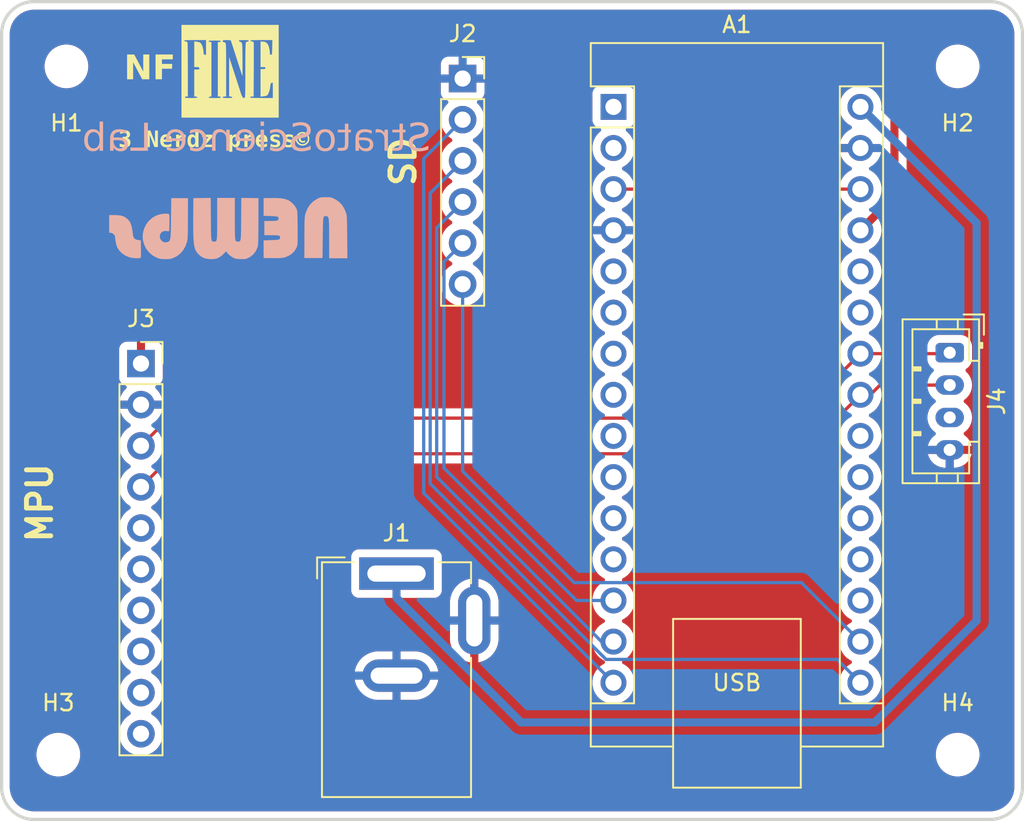
<source format=kicad_pcb>
(kicad_pcb (version 20241229) (generator "pcbnew") (generator_version "9.0")
  (layers (0 "F.Cu" signal) (2 "B.Cu" signal) (13 "F.Paste" user) (15 "B.Paste" user) (5 "F.SilkS" user "F.Silkscreen") (7 "B.SilkS" user "B.Silkscreen") (1 "F.Mask" user) (3 "B.Mask" user) (25 "Edge.Cuts" user))
  (net 0 "")
  (net 1 "Earth")
  (net 2 "/A3")
  (net 3 "/~{RESET}")
  (net 4 "/SD_CS")
  (net 5 "/NANO_VIN")
  (net 6 "+3.3V")
  (net 7 "/D2")
  (net 8 "/D3")
  (net 9 "/D6")
  (net 10 "/D8")
  (net 11 "/D9")
  (net 12 "/SD_CLK")
  (net 13 "/A7")
  (net 14 "/D0{slash}RX")
  (net 15 "/A2")
  (net 16 "/AREF")
  (net 17 "/D1{slash}TX")
  (net 18 "/MPU_SCL")
  (net 19 "+5V")
  (net 20 "/D4")
  (net 21 "/D7")
  (net 22 "/MPU_SDA")
  (net 23 "/A1")
  (net 24 "/SD_MOSI")
  (net 25 "/A6")
  (net 26 "/D5")
  (net 27 "/SD_MISO")
  (net 28 "/A0")
  (footprint "Connector_PinSocket_2.54mm:PinSocket_1x06_P2.54mm_Vertical" (layer "F.Cu") (at 137.95 79.25)
    (property "Reference" "J2" (at 0 -2.77 0) (layer "F.SilkS"))
    (property "Value" "SD Card")
    (fp_line (start -1.33 1.27) (end -1.33 14.03) (stroke (width 0.12)) (layer "F.SilkS"))
    (fp_line (start -1.33 1.27) (end 1.33 1.27) (stroke (width 0.12)) (layer "F.SilkS"))
    (fp_line (start -1.33 14.03) (end 1.33 14.03) (stroke (width 0.12)) (layer "F.SilkS"))
    (fp_line (start 0 -1.33) (end 1.33 -1.33) (stroke (width 0.12)) (layer "F.SilkS"))
    (fp_line (start 1.33 -1.33) (end 1.33 0) (stroke (width 0.12)) (layer "F.SilkS"))
    (fp_line (start 1.33 1.27) (end 1.33 14.03) (stroke (width 0.12)) (layer "F.SilkS"))
    (pad "1" thru_hole rect (at 0 0) (size 1.7 1.7) (drill 1) (layers "*.Cu" "*.Mask") (net 1 "Earth"))
    (pad "2" thru_hole oval (at 0 2.54) (size 1.7 1.7) (drill 1) (layers "*.Cu" "*.Mask") (net 27 "/SD_MISO"))
    (pad "3" thru_hole oval (at 0 5.08) (size 1.7 1.7) (drill 1) (layers "*.Cu" "*.Mask") (net 12 "/SD_CLK"))
    (pad "4" thru_hole oval (at 0 7.62) (size 1.7 1.7) (drill 1) (layers "*.Cu" "*.Mask") (net 24 "/SD_MOSI"))
    (pad "5" thru_hole oval (at 0 10.16) (size 1.7 1.7) (drill 1) (layers "*.Cu" "*.Mask") (net 4 "/SD_CS"))
    (pad "6" thru_hole oval (at 0 12.7) (size 1.7 1.7) (drill 1) (layers "*.Cu" "*.Mask") (net 6 "+3.3V"))
  )
  (footprint "Connector_PinSocket_2.54mm:PinSocket_1x10_P2.54mm_Vertical" (layer "F.Cu") (at 118.1 96.85)
    (property "Reference" "J3" (at 0 -2.77 0) (layer "F.SilkS"))
    (property "Value" "MPU 9250/6500")
    (fp_line (start -1.33 1.27) (end -1.33 24.19) (stroke (width 0.12)) (layer "F.SilkS"))
    (fp_line (start -1.33 1.27) (end 1.33 1.27) (stroke (width 0.12)) (layer "F.SilkS"))
    (fp_line (start -1.33 24.19) (end 1.33 24.19) (stroke (width 0.12)) (layer "F.SilkS"))
    (fp_line (start 0 -1.33) (end 1.33 -1.33) (stroke (width 0.12)) (layer "F.SilkS"))
    (fp_line (start 1.33 -1.33) (end 1.33 0) (stroke (width 0.12)) (layer "F.SilkS"))
    (fp_line (start 1.33 1.27) (end 1.33 24.19) (stroke (width 0.12)) (layer "F.SilkS"))
    (pad "1" thru_hole rect (at 0 0) (size 1.7 1.7) (drill 1) (layers "*.Cu" "*.Mask") (net 19 "+5V"))
    (pad "2" thru_hole oval (at 0 2.54) (size 1.7 1.7) (drill 1) (layers "*.Cu" "*.Mask") (net 1 "Earth"))
    (pad "3" thru_hole oval (at 0 5.08) (size 1.7 1.7) (drill 1) (layers "*.Cu" "*.Mask") (net 18 "/MPU_SCL"))
    (pad "4" thru_hole oval (at 0 7.62) (size 1.7 1.7) (drill 1) (layers "*.Cu" "*.Mask") (net 22 "/MPU_SDA"))
    (pad "5" thru_hole oval (at 0 10.16) (size 1.7 1.7) (drill 1) (layers "*.Cu" "*.Mask"))
    (pad "6" thru_hole oval (at 0 12.7) (size 1.7 1.7) (drill 1) (layers "*.Cu" "*.Mask"))
    (pad "7" thru_hole oval (at 0 15.24) (size 1.7 1.7) (drill 1) (layers "*.Cu" "*.Mask"))
    (pad "8" thru_hole oval (at 0 17.78) (size 1.7 1.7) (drill 1) (layers "*.Cu" "*.Mask"))
    (pad "9" thru_hole oval (at 0 20.32) (size 1.7 1.7) (drill 1) (layers "*.Cu" "*.Mask"))
    (pad "10" thru_hole oval (at 0 22.86) (size 1.7 1.7) (drill 1) (layers "*.Cu" "*.Mask"))
  )
  (footprint "LOGO" (layer "F.Cu") (at 123.6 78.8)
    (property "Reference" "G***" (hide yes))
    (property "Value" "LOGO" (hide yes))
    (fp_poly (pts (xy 3.000715 -0.000001) (xy 3.000715 2.864319) (xy -0.000001 2.864319) (xy -3.000716 2.864319) (xy -3.000716 -0.000001) (xy -3.000716 -1.889398) (xy -2.842218 -1.889398) (xy -2.841776 -1.886815) (xy -2.805702 -1.856417) (xy -2.74084 -1.838614) (xy -2.669577 -1.820091) (xy -2.629978 -1.793149) (xy -2.625771 -1.757016) (xy -2.621805 -1.665903) (xy -2.618156 -1.525451) (xy -2.614901 -1.341298) (xy -2.612115 -1.119086) (xy -2.609874 -0.864454) (xy -2.608254 -0.583043) (xy -2.607332 -0.280492) (xy -2.607147 -0.098509) (xy -2.606683 1.560978) (xy -2.697614 1.560978) (xy -2.769804 1.574533) (xy -2.788545 1.606443) (xy -2.779601 1.625703) (xy -2.746693 1.638785) (xy -2.680704 1.646784) (xy -2.572515 1.650794) (xy -2.413011 1.651908) (xy -2.409666 1.651909) (xy -2.249171 1.650835) (xy -2.140152 1.646886) (xy -2.073494 1.638968) (xy -2.040079 1.625985) (xy -2.03079 1.606845) (xy -2.030788 1.606443) (xy -2.057898 1.570348) (xy -2.121719 1.560978) (xy -2.21265 1.560978) (xy -2.21265 0.727446) (xy -2.21265 -0.106087) (xy -2.06615 -0.106087) (xy -1.963608 -0.109367) (xy -1.910079 -0.123496) (xy -1.89412 -0.154906) (xy -1.901224 -0.198773) (xy -1.922111 -0.23529) (xy -1.970531 -0.252965) (xy -2.062691 -0.257637) (xy -2.064633 -0.257638) (xy -2.21265 -0.257638) (xy -2.21265 -1.049927) (xy -2.21265 -1.842215) (xy -2.061966 -1.824369) (xy -1.961253 -1.807722) (xy -1.878551 -1.785971) (xy -1.853584 -1.775644) (xy -1.789255 -1.712735) (xy -1.730467 -1.603249) (xy -1.682668 -1.461232) (xy -1.651303 -1.300727) (xy -1.644779 -1.237189) (xy -1.63477 -1.123093) (xy -1.62286 -1.056715) (xy -1.603953 -1.025237) (xy -1.572952 -1.015841) (xy -1.556604 -1.015394) (xy -1.485203 -1.015394) (xy -1.485203 -1.470048) (xy -1.485203 -1.856504) (xy -1.326263 -1.856504) (xy -1.289987 -1.82512) (xy -1.232806 -1.809026) (xy -1.15179 -1.799435) (xy -1.15179 -0.121242) (xy -1.15179 1.556951) (xy -1.232806 1.566542) (xy -1.297225 1.586313) (xy -1.326263 1.614021) (xy -1.317144 1.630475) (xy -1.272372 1.641729) (xy -1.184837 1.648514) (xy -1.047424 1.65156) (xy -0.9573 1.651909) (xy -0.796197 1.650846) (xy -0.686598 1.646935) (xy -0.619411 1.639092) (xy -0.585544 1.626234) (xy -0.575906 1.607277) (xy -0.575895 1.606443) (xy -0.603006 1.570348) (xy -0.666826 1.560978) (xy -0.757757 1.560978) (xy -0.757757 -0.121242) (xy -0.757757 -1.803461) (xy -0.666826 -1.803461) (xy -0.594636 -1.817016) (xy -0.575895 -1.848927) (xy -0.582931 -1.864082) (xy -0.454654 -1.864082) (xy -0.432983 -1.813158) (xy -0.396199 -1.803461) (xy -0.327559 -1.782872) (xy -0.290113 -1.755831) (xy -0.279621 -1.739985) (xy -0.270768 -1.711971) (xy -0.263419 -1.667004) (xy -0.257437 -1.600301) (xy -0.252688 -1.507077) (xy -0.249035 -1.382549) (xy -0.246344 -1.221931) (xy -0.244479 -1.020441) (xy -0.243304 -0.773295) (xy -0.242685 -0.475707) (xy -0.242485 -0.122895) (xy -0.242483 -0.073611) (xy -0.242483 1.560978) (xy -0.348569 1.560978) (xy -0.427031 1.570837) (xy -0.454463 1.602302) (xy -0.454654 1.606443) (xy -0.444621 1.627673) (xy -0.407866 1.641292) (xy -0.334407 1.6488) (xy -0.21426 1.651702) (xy -0.152503 1.651909) (xy -0.0138 1.650667) (xy 0.073905 1.645922) (xy 0.120206 1.636141) (xy 0.134693 1.619793) (xy 0.132202 1.606443) (xy 0.091095 1.572518) (xy 0.027067 1.560978) (xy -0.060621 1.560978) (xy -0.059718 0.34099) (xy -0.058816 -0.878998) (xy 0.262429 0.106085) (xy 0.342551 0.352085) (xy 0.420249 0.591219) (xy 0.49259 0.814417) (xy 0.55664 1.012611) (xy 0.609469 1.176731) (xy 0.648141 1.297708) (xy 0.663256 1.345577) (xy 0.716452 1.496886) (xy 0.76612 1.593869) (xy 0.816668 1.642302) (xy 0.872507 1.647956) (xy 0.890032 1.642529) (xy 0.90079 1.634254) (xy 0.909884 1.61523) (xy 0.913621 1.598209) (xy 1.242624 1.598209) (xy 1.262927 1.631702) (xy 1.29784 1.637548) (xy 1.384441 1.642732) (xy 1.513798 1.646992) (xy 1.67698 1.650071) (xy 1.865054 1.65171) (xy 1.960063 1.651909) (xy 2.636992 1.651909) (xy 2.636992 1.179991) (xy 2.636992 0.708074) (xy 2.568794 0.71776) (xy 2.53272 0.728905) (xy 2.5095 0.758656) (xy 2.493901 0.820341) (xy 2.480691 0.927285) (xy 2.47867 0.947279) (xy 2.453915 1.102779) (xy 2.414024 1.250744) (xy 2.364324 1.376889) (xy 2.310143 1.466927) (xy 2.272204 1.500928) (xy 2.213153 1.520297) (xy 2.118644 1.539466) (xy 2.04913 1.549356) (xy 1.879236 1.569324) (xy 1.879236 0.716464) (xy 1.879236 -0.136397) (xy 2.030787 -0.136397) (xy 2.121688 -0.139588) (xy 2.167024 -0.153135) (xy 2.18169 -0.182996) (xy 2.182338 -0.197017) (xy 2.174359 -0.233378) (xy 2.140492 -0.251512) (xy 2.065841 -0.257379) (xy 2.030787 -0.257638) (xy 1.879236 -0.257638) (xy 1.879236 -1.045705) (xy 1.879236 -1.833772) (xy 2.001982 -1.833772) (xy 2.144108 -1.815171) (xy 2.254355 -1.756003) (xy 2.337405 -1.651216) (xy 2.397939 -1.495761) (xy 2.425181 -1.377218) (xy 2.442959 -1.263021) (xy 2.453692 -1.154619) (xy 2.455131 -1.115235) (xy 2.46044 -1.045438) (xy 2.484018 -1.020002) (xy 2.523329 -1.020864) (xy 2.549745 -1.026796) (xy 2.568497 -1.042058) (xy 2.581145 -1.075958) (xy 2.58925 -1.137806) (xy 2.594373 -1.23691) (xy 2.598075 -1.382579) (xy 2.599915 -1.477626) (xy 2.608303 -1.924702) (xy 1.922986 -1.924702) (xy 1.693101 -1.923995) (xy 1.518021 -1.921657) (xy 1.39194 -1.91736) (xy 1.309056 -1.910777) (xy 1.263565 -1.901583) (xy 1.249665 -1.88945) (xy 1.250106 -1.886815) (xy 1.28607 -1.857407) (xy 1.355188 -1.839703) (xy 1.355625 -1.839659) (xy 1.431722 -1.816112) (xy 1.459376 -1.779039) (xy 1.461245 -1.739751) (xy 1.462717 -1.645584) (xy 1.463783 -1.50228) (xy 1.464434 -1.31558) (xy 1.464661 -1.091224) (xy 1.464457 -0.834954) (xy 1.463812 -0.552511) (xy 1.462717 -0.249636) (xy 1.461954 -0.083354) (xy 1.453861 1.560978) (xy 1.348291 1.560978) (xy 1.267833 1.57055) (xy 1.242624 1.598209) (xy 0.913621 1.598209) (xy 0.917451 1.580761) (xy 0.923629 1.526152) (xy 0.928557 1.446709) (xy 0.932371 1.337735) (xy 0.935211 1.194535) (xy 0.937213 1.012415) (xy 0.938515 0.786679) (xy 0.939256 0.512632) (xy 0.939573 0.185579) (xy 0.939618 -0.046507) (xy 0.940203 -0.460455) (xy 0.941947 -0.819659) (xy 0.944834 -1.123208) (xy 0.948847 -1.37019) (xy 0.95397 -1.559694) (xy 0.960185 -1.690808) (xy 0.967477 -1.76262) (xy 0.970994 -1.775144) (xy 1.025753 -1.822529) (xy 1.07708 -1.833772) (xy 1.137225 -1.849771) (xy 1.151789 -1.879237) (xy 1.141773 -1.900438) (xy 1.105078 -1.91405) (xy 1.031732 -1.921568) (xy 0.911765 -1.924487) (xy 0.848687 -1.924702) (xy 0.707344 -1.9232) (xy 0.616599 -1.917696) (xy 0.566481 -1.906694) (xy 0.547019 -1.888699) (xy 0.545584 -1.879237) (xy 0.568122 -1.839014) (xy 0.587692 -1.833772) (xy 0.641197 -1.815551) (xy 0.693284 -1.780729) (xy 0.710443 -1.764558) (xy 0.724263 -1.743512) (xy 0.735166 -1.711239) (xy 0.743576 -1.661389) (xy 0.749917 -1.587607) (xy 0.75461 -1.483544) (xy 0.758081 -1.342848) (xy 0.760752 -1.159166) (xy 0.763047 -0.926146) (xy 0.76484 -0.707202) (xy 0.766399 -0.466019) (xy 0.767151 -0.245884) (xy 0.767124 -0.053676) (xy 0.766348 0.103723) (xy 0.764851 0.219434) (xy 0.762664 0.286575) (xy 0.760583 0.300916) (xy 0.7489 0.270221) (xy 0.720979 0.188165) (xy 0.678919 0.061168) (xy 0.624816 -0.104348) (xy 0.560769 -0.301964) (xy 0.488876 -0.525259) (xy 0.411234 -0.767812) (xy 0.403413 -0.792319) (xy 0.325125 -1.037079) (xy 0.252227 -1.263789) (xy 0.186846 -1.465924) (xy 0.131111 -1.636957) (xy 0.087148 -1.770364) (xy 0.057084 -1.859618) (xy 0.043048 -1.898193) (xy 0.042651 -1.898945) (xy 0.006884 -1.911026) (xy -0.073795 -1.920069) (xy -0.183696 -1.9245) (xy -0.213961 -1.924702) (xy -0.334242 -1.923419) (xy -0.406158 -1.917514) (xy -0.441944 -1.903905) (xy -0.453837 -1.879511) (xy -0.454654 -1.864082) (xy -0.582931 -1.864082) (xy -0.584811 -1.868131) (xy -0.617618 -1.881196) (xy -0.683409 -1.889205) (xy -0.791274 -1.893242) (xy -0.950306 -1.894391) (xy -0.9573 -1.894392) (xy -1.122462 -1.89295) (xy -1.234174 -1.888135) (xy -1.299546 -1.879218) (xy -1.325693 -1.865468) (xy -1.326263 -1.856504) (xy -1.485203 -1.856504) (xy -1.485203 -1.924702) (xy -2.16971 -1.924702) (xy -2.399443 -1.923994) (xy -2.574375 -1.921653) (xy -2.700312 -1.917349) (xy -2.783061 -1.910757) (xy -2.828428 -1.901549) (xy -2.842218 -1.889398) (xy -3.000716 -1.889398) (xy -3.000716 -2.86432) (xy -0.000001 -2.86432) (xy 3.000715 -2.86432)) (fill yes) (layer "F.SilkS"))
  )
  (footprint "Module:Arduino_Nano" (layer "F.Cu") (at 147.26 81)
    (property "Reference" "A1" (at 7.62 -5.08 0) (layer "F.SilkS"))
    (property "Value" "Arduino Nano v3")
    (fp_line (start -1.4 -3.94) (end -1.4 -1.27) (stroke (width 0.12)) (layer "F.SilkS"))
    (fp_line (start -1.4 1.27) (end -1.4 39.5) (stroke (width 0.12)) (layer "F.SilkS"))
    (fp_line (start -1.4 39.5) (end 3.68 39.5) (stroke (width 0.12)) (layer "F.SilkS"))
    (fp_line (start 1.27 -1.27) (end -1.4 -1.27) (stroke (width 0.12)) (layer "F.SilkS"))
    (fp_line (start 1.27 1.27) (end -1.4 1.27) (stroke (width 0.12)) (layer "F.SilkS"))
    (fp_line (start 1.27 1.27) (end 1.27 -1.27) (stroke (width 0.12)) (layer "F.SilkS"))
    (fp_line (start 1.27 1.27) (end 1.27 36.83) (stroke (width 0.12)) (layer "F.SilkS"))
    (fp_line (start 1.27 36.83) (end -1.4 36.83) (stroke (width 0.12)) (layer "F.SilkS"))
    (fp_line (start 3.68 31.62) (end 11.56 31.62) (stroke (width 0.12)) (layer "F.SilkS"))
    (fp_line (start 3.68 42.04) (end 3.68 31.62) (stroke (width 0.12)) (layer "F.SilkS"))
    (fp_line (start 11.56 31.62) (end 11.56 42.04) (stroke (width 0.12)) (layer "F.SilkS"))
    (fp_line (start 11.56 42.04) (end 3.68 42.04) (stroke (width 0.12)) (layer "F.SilkS"))
    (fp_line (start 13.97 -1.27) (end 13.97 36.83) (stroke (width 0.12)) (layer "F.SilkS"))
    (fp_line (start 13.97 -1.27) (end 16.64 -1.27) (stroke (width 0.12)) (layer "F.SilkS"))
    (fp_line (start 13.97 36.83) (end 16.64 36.83) (stroke (width 0.12)) (layer "F.SilkS"))
    (fp_line (start 16.64 -3.94) (end -1.4 -3.94) (stroke (width 0.12)) (layer "F.SilkS"))
    (fp_line (start 16.64 39.5) (end 11.56 39.5) (stroke (width 0.12)) (layer "F.SilkS"))
    (fp_line (start 16.64 39.5) (end 16.64 -3.94) (stroke (width 0.12)) (layer "F.SilkS"))
    (fp_text user "USB" (at 7.62 35.56 0) (layer "F.SilkS"))
    (pad "1" thru_hole rect (at 0 0) (size 1.6 1.6) (drill 1) (layers "*.Cu" "*.Mask") (net 17 "/D1{slash}TX"))
    (pad "2" thru_hole oval (at 0 2.54) (size 1.6 1.6) (drill 1) (layers "*.Cu" "*.Mask") (net 14 "/D0{slash}RX"))
    (pad "3" thru_hole oval (at 0 5.08) (size 1.6 1.6) (drill 1) (layers "*.Cu" "*.Mask") (net 3 "/~{RESET}"))
    (pad "4" thru_hole oval (at 0 7.62) (size 1.6 1.6) (drill 1) (layers "*.Cu" "*.Mask") (net 1 "Earth"))
    (pad "5" thru_hole oval (at 0 10.16) (size 1.6 1.6) (drill 1) (layers "*.Cu" "*.Mask") (net 7 "/D2"))
    (pad "6" thru_hole oval (at 0 12.7) (size 1.6 1.6) (drill 1) (layers "*.Cu" "*.Mask") (net 8 "/D3"))
    (pad "7" thru_hole oval (at 0 15.24) (size 1.6 1.6) (drill 1) (layers "*.Cu" "*.Mask") (net 20 "/D4"))
    (pad "8" thru_hole oval (at 0 17.78) (size 1.6 1.6) (drill 1) (layers "*.Cu" "*.Mask") (net 26 "/D5"))
    (pad "9" thru_hole oval (at 0 20.32) (size 1.6 1.6) (drill 1) (layers "*.Cu" "*.Mask") (net 9 "/D6"))
    (pad "10" thru_hole oval (at 0 22.86) (size 1.6 1.6) (drill 1) (layers "*.Cu" "*.Mask") (net 21 "/D7"))
    (pad "11" thru_hole oval (at 0 25.4) (size 1.6 1.6) (drill 1) (layers "*.Cu" "*.Mask") (net 10 "/D8"))
    (pad "12" thru_hole oval (at 0 27.94) (size 1.6 1.6) (drill 1) (layers "*.Cu" "*.Mask") (net 11 "/D9"))
    (pad "13" thru_hole oval (at 0 30.48) (size 1.6 1.6) (drill 1) (layers "*.Cu" "*.Mask") (net 4 "/SD_CS"))
    (pad "14" thru_hole oval (at 0 33.02) (size 1.6 1.6) (drill 1) (layers "*.Cu" "*.Mask") (net 24 "/SD_MOSI"))
    (pad "15" thru_hole oval (at 0 35.56) (size 1.6 1.6) (drill 1) (layers "*.Cu" "*.Mask") (net 27 "/SD_MISO"))
    (pad "16" thru_hole oval (at 15.24 35.56) (size 1.6 1.6) (drill 1) (layers "*.Cu" "*.Mask") (net 12 "/SD_CLK"))
    (pad "17" thru_hole oval (at 15.24 33.02) (size 1.6 1.6) (drill 1) (layers "*.Cu" "*.Mask") (net 6 "+3.3V"))
    (pad "18" thru_hole oval (at 15.24 30.48) (size 1.6 1.6) (drill 1) (layers "*.Cu" "*.Mask") (net 16 "/AREF"))
    (pad "19" thru_hole oval (at 15.24 27.94) (size 1.6 1.6) (drill 1) (layers "*.Cu" "*.Mask") (net 28 "/A0"))
    (pad "20" thru_hole oval (at 15.24 25.4) (size 1.6 1.6) (drill 1) (layers "*.Cu" "*.Mask") (net 23 "/A1"))
    (pad "21" thru_hole oval (at 15.24 22.86) (size 1.6 1.6) (drill 1) (layers "*.Cu" "*.Mask") (net 15 "/A2"))
    (pad "22" thru_hole oval (at 15.24 20.32) (size 1.6 1.6) (drill 1) (layers "*.Cu" "*.Mask") (net 2 "/A3"))
    (pad "23" thru_hole oval (at 15.24 17.78) (size 1.6 1.6) (drill 1) (layers "*.Cu" "*.Mask") (net 22 "/MPU_SDA"))
    (pad "24" thru_hole oval (at 15.24 15.24) (size 1.6 1.6) (drill 1) (layers "*.Cu" "*.Mask") (net 18 "/MPU_SCL"))
    (pad "25" thru_hole oval (at 15.24 12.7) (size 1.6 1.6) (drill 1) (layers "*.Cu" "*.Mask") (net 25 "/A6"))
    (pad "26" thru_hole oval (at 15.24 10.16) (size 1.6 1.6) (drill 1) (layers "*.Cu" "*.Mask") (net 13 "/A7"))
    (pad "27" thru_hole oval (at 15.24 7.62) (size 1.6 1.6) (drill 1) (layers "*.Cu" "*.Mask") (net 19 "+5V"))
    (pad "28" thru_hole oval (at 15.24 5.08) (size 1.6 1.6) (drill 1) (layers "*.Cu" "*.Mask") (net 3 "/~{RESET}"))
    (pad "29" thru_hole oval (at 15.24 2.54) (size 1.6 1.6) (drill 1) (layers "*.Cu" "*.Mask") (net 1 "Earth"))
    (pad "30" thru_hole oval (at 15.24 0) (size 1.6 1.6) (drill 1) (layers "*.Cu" "*.Mask") (net 5 "/NANO_VIN"))
  )
  (footprint "MountingHole:MountingHole_2.2mm_M2" (layer "F.Cu") (at 168.5 121)
    (property "Reference" "H4" (at 0 -3.2 0) (layer "F.SilkS"))
    (property "Value" "M2 Screwhole" (hide yes))
    (pad "" np_thru_hole circle (at 0 0) (size 2.2 2.2) (drill 2.2) (layers "*.Cu" "*.Mask"))
  )
  (footprint "MountingHole:MountingHole_2.2mm_M2" (layer "F.Cu") (at 168.5 78.5)
    (property "Reference" "H2" (at 0 3.5 0) (layer "F.SilkS"))
    (property "Value" "M2 Screwhole" (hide yes))
    (pad "" np_thru_hole circle (at 0 0) (size 2.2 2.2) (drill 2.2) (layers "*.Cu" "*.Mask"))
  )
  (footprint "Connector_BarrelJack:BarrelJack_GCT_DCJ200-10-A_Horizontal" (layer "F.Cu") (at 133.87 109.82)
    (property "Reference" "J1" (at 0 -2.5 0) (layer "F.SilkS"))
    (property "Value" "Arduino DC Jack (6-12v)" (hide yes))
    (fp_line (start -4.9 -1) (end -4.9 0.3) (stroke (width 0.12)) (layer "F.SilkS"))
    (fp_line (start -4.6 -0.7) (end -2.6 -0.7) (stroke (width 0.12)) (layer "F.SilkS"))
    (fp_line (start -4.6 13.8) (end -4.6 -0.7) (stroke (width 0.12)) (layer "F.SilkS"))
    (fp_line (start -3.2 -1) (end -4.9 -1) (stroke (width 0.12)) (layer "F.SilkS"))
    (fp_line (start 2.6 -0.7) (end 4.6 -0.7) (stroke (width 0.12)) (layer "F.SilkS"))
    (fp_line (start 4.6 -0.7) (end 4.6 0.6) (stroke (width 0.12)) (layer "F.SilkS"))
    (fp_line (start 4.6 5.2) (end 4.6 13.8) (stroke (width 0.12)) (layer "F.SilkS"))
    (fp_line (start 4.6 13.8) (end -4.6 13.8) (stroke (width 0.12)) (layer "F.SilkS"))
    (pad "1" thru_hole rect (at 0 0) (size 4.6 2) (drill oval 3.6 1) (layers "*.Cu" "*.Mask") (net 5 "/NANO_VIN"))
    (pad "2" thru_hole oval (at 0 6.3) (size 4.2 2) (drill oval 3.2 1) (layers "*.Cu" "*.Mask") (net 1 "Earth"))
    (pad "3" thru_hole oval (at 4.8 2.9) (size 2 4.2) (drill oval 1 3.2) (layers "*.Cu" "*.Mask") (net 1 "Earth"))
  )
  (footprint "MountingHole:MountingHole_2.2mm_M2" (layer "F.Cu") (at 113 121)
    (property "Reference" "H3" (at 0 -3.2 0) (layer "F.SilkS"))
    (property "Value" "M2 Screwhole" (hide yes))
    (pad "" np_thru_hole circle (at 0 0) (size 2.2 2.2) (drill 2.2) (layers "*.Cu" "*.Mask"))
  )
  (footprint "MountingHole:MountingHole_2.2mm_M2" (layer "F.Cu") (at 113.5 78.5)
    (property "Reference" "H1" (at 0 3.5 0) (layer "F.SilkS"))
    (property "Value" "M2 Screwhole" (hide yes))
    (pad "" np_thru_hole circle (at 0 0) (size 2.2 2.2) (drill 2.2) (layers "*.Cu" "*.Mask"))
  )
  (footprint "Connector_JST:JST_PH_B4B-PH-K_1x04_P2.00mm_Vertical" (layer "F.Cu") (at 168.01 96.18 -90)
    (property "Reference" "J4" (at 3 -2.9 90) (layer "F.SilkS"))
    (property "Value" "Tiny_4FSK")
    (fp_line (start -2.06 2.91) (end 8.06 2.91) (stroke (width 0.12)) (layer "F.SilkS"))
    (fp_line (start 8.06 2.91) (end 8.06 -1.81) (stroke (width 0.12)) (layer "F.SilkS"))
    (fp_line (start -1.45 2.3) (end 7.45 2.3) (stroke (width 0.12)) (layer "F.SilkS"))
    (fp_line (start 0.9 2.3) (end 0.9 1.8) (stroke (width 0.12)) (layer "F.SilkS"))
    (fp_line (start 1 2.3) (end 1 1.8) (stroke (width 0.12)) (layer "F.SilkS"))
    (fp_line (start 2.9 2.3) (end 2.9 1.8) (stroke (width 0.12)) (layer "F.SilkS"))
    (fp_line (start 3 2.3) (end 3 1.8) (stroke (width 0.12)) (layer "F.SilkS"))
    (fp_line (start 4.9 2.3) (end 4.9 1.8) (stroke (width 0.12)) (layer "F.SilkS"))
    (fp_line (start 5 2.3) (end 5 1.8) (stroke (width 0.12)) (layer "F.SilkS"))
    (fp_line (start 7.45 2.3) (end 7.45 -1.2) (stroke (width 0.12)) (layer "F.SilkS"))
    (fp_line (start 0.9 1.8) (end 1.1 1.8) (stroke (width 0.12)) (layer "F.SilkS"))
    (fp_line (start 1.1 1.8) (end 1.1 2.3) (stroke (width 0.12)) (layer "F.SilkS"))
    (fp_line (start 2.9 1.8) (end 3.1 1.8) (stroke (width 0.12)) (layer "F.SilkS"))
    (fp_line (start 3.1 1.8) (end 3.1 2.3) (stroke (width 0.12)) (layer "F.SilkS"))
    (fp_line (start 4.9 1.8) (end 5.1 1.8) (stroke (width 0.12)) (layer "F.SilkS"))
    (fp_line (start 5.1 1.8) (end 5.1 2.3) (stroke (width 0.12)) (layer "F.SilkS"))
    (fp_line (start -2.06 0.8) (end -1.45 0.8) (stroke (width 0.12)) (layer "F.SilkS"))
    (fp_line (start 8.06 0.8) (end 7.45 0.8) (stroke (width 0.12)) (layer "F.SilkS"))
    (fp_line (start -2.06 -0.5) (end -1.45 -0.5) (stroke (width 0.12)) (layer "F.SilkS"))
    (fp_line (start 8.06 -0.5) (end 7.45 -0.5) (stroke (width 0.12)) (layer "F.SilkS"))
    (fp_line (start -1.45 -1.2) (end -1.45 2.3) (stroke (width 0.12)) (layer "F.SilkS"))
    (fp_line (start 0.5 -1.2) (end -1.45 -1.2) (stroke (width 0.12)) (layer "F.SilkS"))
    (fp_line (start 5.5 -1.2) (end 5.5 -1.81) (stroke (width 0.12)) (layer "F.SilkS"))
    (fp_line (start 7.45 -1.2) (end 5.5 -1.2) (stroke (width 0.12)) (layer "F.SilkS"))
    (fp_line (start -2.06 -1.81) (end -2.06 2.91) (stroke (width 0.12)) (layer "F.SilkS"))
    (fp_line (start -0.3 -1.81) (end -0.3 -2.01) (stroke (width 0.12)) (layer "F.SilkS"))
    (fp_line (start 0.5 -1.81) (end 0.5 -1.2) (stroke (width 0.12)) (layer "F.SilkS"))
    (fp_line (start 8.06 -1.81) (end -2.06 -1.81) (stroke (width 0.12)) (layer "F.SilkS"))
    (fp_line (start -0.3 -1.91) (end -0.6 -1.91) (stroke (width 0.12)) (layer "F.SilkS"))
    (fp_line (start -0.6 -2.01) (end -0.6 -1.81) (stroke (width 0.12)) (layer "F.SilkS"))
    (fp_line (start -0.3 -2.01) (end -0.6 -2.01) (stroke (width 0.12)) (layer "F.SilkS"))
    (fp_line (start -2.36 -2.11) (end -2.36 -0.86) (stroke (width 0.12)) (layer "F.SilkS"))
    (fp_line (start -1.11 -2.11) (end -2.36 -2.11) (stroke (width 0.12)) (layer "F.SilkS"))
    (pad "1" thru_hole roundrect (at 0 0 270) (size 1.2 1.75) (drill 0.75) (layers "*.Cu" "*.Mask") (roundrect_rratio 0.208333) (net 18 "/MPU_SCL"))
    (pad "2" thru_hole oval (at 2 0 270) (size 1.2 1.75) (drill 0.75) (layers "*.Cu" "*.Mask") (net 22 "/MPU_SDA"))
    (pad "3" thru_hole oval (at 4 0 270) (size 1.2 1.75) (drill 0.75) (layers "*.Cu" "*.Mask"))
    (pad "4" thru_hole oval (at 6 0 270) (size 1.2 1.75) (drill 0.75) (layers "*.Cu" "*.Mask") (net 1 "Earth"))
  )
  (footprint "LOGO" (layer "B.Cu") (at 123.5 88.5 180)
    (property "Reference" "G***" (hide yes))
    (property "Value" "LOGO" (hide yes))
    (fp_poly (pts (xy 7.365394 0.272792) (xy 7.365394 -0.272792) (xy 7.272131 -0.272792) (xy 7.187705 -0.295146) (xy 7.101559 -0.351203) (xy 7.032954 -0.424457) (xy 7.001152 -0.498402) (xy 7.000735 -0.505365) (xy 6.989442 -0.655219) (xy 6.963185 -0.824779) (xy 6.926696 -0.990419) (xy 6.884708 -1.128513) (xy 6.867454 -1.170701) (xy 6.743627 -1.371089) (xy 6.571918 -1.545112) (xy 6.361962 -1.685548) (xy 6.123396 -1.785177) (xy 6.007518 -1.815143) (xy 5.881588 -1.835205) (xy 5.746907 -1.846355) (xy 5.617839 -1.84872) (xy 5.508748 -1.842423) (xy 5.433996 -1.827591) (xy 5.408668 -1.809925) (xy 5.404186 -1.767874) (xy 5.401232 -1.676088) (xy 5.399937 -1.545437) (xy 5.400432 -1.38679) (xy 5.402042 -1.256763) (xy 5.410382 -0.742601) (xy 5.576542 -0.722323) (xy 5.719596 -0.686904) (xy 5.816071 -0.616939) (xy 5.873239 -0.505074) (xy 5.893273 -0.402179) (xy 5.926406 -0.149243) (xy 5.961938 0.052601) (xy 6.003259 0.212875) (xy 6.053757 0.341098) (xy 6.116822 0.446793) (xy 6.195841 0.539479) (xy 6.245154 0.586409) (xy 6.368465 0.681927) (xy 6.500201 0.748989) (xy 6.653566 0.791471) (xy 6.841763 0.813249) (xy 7.035462 0.818377) (xy 7.365394 0.818377)) (fill yes) (layer "B.SilkS"))
    (fp_poly (pts (xy -5.854793 1.923444) (xy -5.749143 1.917285) (xy -5.666731 1.902642) (xy -5.588874 1.875935) (xy -5.496888 1.833583) (xy -5.477571 1.824111) (xy -5.243026 1.675545) (xy -5.044292 1.48051) (xy -4.885252 1.244067) (xy -4.769789 0.971277) (xy -4.738536 0.86072) (xy -4.725366 0.80028) (xy -4.714551 0.731424) (xy -4.705855 0.64779) (xy -4.699042 0.543017) (xy -4.693879 0.410745) (xy -4.690131 0.244614) (xy -4.687561 0.038262) (xy -4.685935 -0.214672) (xy -4.685019 -0.520547) (xy -4.684896 -0.59105) (xy -4.682936 -1.833771) (xy -5.243675 -1.833771) (xy -5.804415 -1.833771) (xy -5.81957 -0.588096) (xy -5.823524 -0.266304) (xy -5.827376 0.000042) (xy -5.831935 0.216111) (xy -5.83801 0.387071) (xy -5.846409 0.518089) (xy -5.857941 0.614334) (xy -5.873413 0.680974) (xy -5.893635 0.723177) (xy -5.919415 0.74611) (xy -5.95156 0.754943) (xy -5.990881 0.754843) (xy -6.029148 0.751712) (xy -6.071498 0.746309) (xy -6.106673 0.734369) (xy -6.135348 0.710682) (xy -6.158197 0.670042) (xy -6.175894 0.60724) (xy -6.189115 0.517068) (xy -6.198534 0.394318) (xy -6.204825 0.233782) (xy -6.208663 0.030252) (xy -6.210722 -0.22148) (xy -6.211677 -0.526622) (xy -6.211893 -0.659248) (xy -6.213604 -1.848926) (xy -6.776362 -1.848926) (xy -7.33912 -1.848926) (xy -7.327897 -0.538007) (xy -7.324921 -0.215995) (xy -7.321832 0.051387) (xy -7.318361 0.270128) (xy -7.314242 0.446219) (xy -7.309206 0.58565) (xy -7.302986 0.694409) (xy -7.295314 0.778488) (xy -7.285923 0.843876) (xy -7.274544 0.896563) (xy -7.261877 0.939618) (xy -7.148188 1.218567) (xy -7.004971 1.447921) (xy -6.82762 1.633343) (xy -6.611531 1.7805) (xy -6.55379 1.810557) (xy -6.447108 1.861794) (xy -6.363763 1.894835) (xy -6.284514 1.913663) (xy -6.190115 1.922263) (xy -6.061325 1.924616) (xy -6.002367 1.924702)) (fill yes) (layer "B.SilkS"))
    (fp_poly (pts (xy -2.167184 1.864081) (xy -2.167184 1.318496) (xy -2.167184 0.772912) (xy -2.600266 0.757757) (xy -2.783256 0.750103) (xy -2.914244 0.740131) (xy -3.001847 0.725088) (xy -3.054682 0.702217) (xy -3.081366 0.668764) (xy -3.090516 0.621973) (xy -3.091183 0.600793) (xy -3.083319 0.545301) (xy -3.053195 0.505492) (xy -2.992767 0.478951) (xy -2.893991 0.463262) (xy -2.748823 0.45601) (xy -2.604518 0.454654) (xy -2.212649 0.454654) (xy -2.212649 0.015155) (xy -2.212649 -0.424344) (xy -2.661241 -0.424344) (xy -2.851436 -0.425678) (xy -2.989267 -0.431103) (xy -3.082961 -0.442747) (xy -3.140744 -0.46274) (xy -3.17084 -0.493213) (xy -3.181475 -0.536296) (xy -3.182113 -0.559224) (xy -3.178462 -0.613607) (xy -3.162908 -0.653579) (xy -3.127148 -0.681741) (xy -3.062883 -0.700699) (xy -2.961811 -0.713056) (xy -2.815631 -0.721414) (xy -2.64575 -0.727446) (xy -2.167184 -0.742601) (xy -2.167184 -1.288186) (xy -2.167184 -1.833771) (xy -2.727924 -1.839684) (xy -2.967102 -1.840336) (xy -3.153839 -1.83636) (xy -3.296165 -1.82734) (xy -3.402113 -1.81286) (xy -3.447772 -1.802423) (xy -3.691624 -1.710231) (xy -3.901239 -1.577899) (xy -4.069696 -1.411221) (xy -4.190077 -1.21599) (xy -4.212275 -1.162262) (xy -4.229605 -1.113525) (xy -4.243428 -1.065193) (xy -4.254069 -1.010216) (xy -4.261851 -0.941542) (xy -4.267099 -0.852121) (xy -4.270137 -0.734901) (xy -4.271288 -0.582833) (xy -4.270875 -0.388864) (xy -4.269224 -0.145945) (xy -4.267627 0.042921) (xy -4.265068 0.321073) (xy -4.262457 0.545533) (xy -4.259336 0.72323) (xy -4.255244 0.86109) (xy -4.24972 0.966041) (xy -4.242303 1.04501) (xy -4.232535 1.104926) (xy -4.219954 1.152715) (xy -4.2041 1.195305) (xy -4.188723 1.230351) (xy -4.099815 1.377257) (xy -3.972808 1.524325) (xy -3.82684 1.651748) (xy -3.710001 1.725855) (xy -3.563916 1.786736) (xy -3.391769 1.830606) (xy -3.185085 1.858648) (xy -2.93539 1.872041) (xy -2.658101 1.872402)) (fill yes) (layer "B.SilkS"))
    (fp_poly (pts (xy 3.546301 0.62136) (xy 3.550446 0.293851) (xy 3.554731 0.021554) (xy 3.559991 -0.200936) (xy 3.567061 -0.379022) (xy 3.576773 -0.518109) (xy 3.589964 -0.623602) (xy 3.607466 -0.700905) (xy 3.630114 -0.755422) (xy 3.658743 -0.792557) (xy 3.694187 -0.817716) (xy 3.737279 -0.836302) (xy 3.773206 -0.848548) (xy 3.914602 -0.869307) (xy 4.040712 -0.831916) (xy 4.151236 -0.739417) (xy 4.226372 -0.613533) (xy 4.242274 -0.477042) (xy 4.198441 -0.334332) (xy 4.197458 -0.332421) (xy 4.113595 -0.228672) (xy 3.993391 -0.172371) (xy 3.836048 -0.163285) (xy 3.697852 -0.186196) (xy 3.681116 -0.182648) (xy 3.668579 -0.157776) (xy 3.659443 -0.103876) (xy 3.652906 -0.013245) (xy 3.648167 0.12182) (xy 3.644425 0.309023) (xy 3.64407 0.331168) (xy 3.64198 0.53511) (xy 3.643298 0.685314) (xy 3.648397 0.788583) (xy 3.65765 0.851723) (xy 3.671431 0.881538) (xy 3.674381 0.883866) (xy 3.74125 0.902484) (xy 3.851373 0.908005) (xy 3.988952 0.901042) (xy 4.138192 0.882211) (xy 4.24358 0.861743) (xy 4.49334 0.775128) (xy 4.718462 0.638915) (xy 4.913901 0.460871) (xy 5.074613 0.248764) (xy 5.195553 0.010364) (xy 5.271676 -0.246562) (xy 5.297937 -0.514246) (xy 5.279288 -0.733066) (xy 5.201408 -1.016511) (xy 5.071954 -1.27225) (xy 4.895253 -1.494528) (xy 4.675631 -1.67759) (xy 4.489534 -1.783705) (xy 4.378688 -1.834269) (xy 4.288716 -1.867005) (xy 4.199246 -1.88631) (xy 4.089902 -1.89658) (xy 3.940334 -1.90221) (xy 3.769029 -1.903588) (xy 3.640528 -1.895852) (xy 3.537468 -1.87732) (xy 3.470129 -1.856655) (xy 3.203808 -1.733014) (xy 2.97959 -1.566558) (xy 2.796632 -1.356327) (xy 2.654086 -1.101359) (xy 2.555742 -0.818377) (xy 2.542443 -0.762034) (xy 2.531531 -0.698161) (xy 2.522769 -0.620431) (xy 2.51592 -0.522515) (xy 2.510748 -0.398087) (xy 2.507017 -0.240818) (xy 2.504489 -0.044382) (xy 2.502929 0.197549) (xy 2.502099 0.491303) (xy 2.501923 0.62136) (xy 2.500597 1.864081) (xy 3.015871 1.864081) (xy 3.531146 1.864081)) (fill yes) (layer "B.SilkS"))
    (fp_poly (pts (xy 1.630405 1.872353) (xy 2.167184 1.864081) (xy 2.175453 0.727446) (xy 2.177412 0.321753) (xy 2.176492 -0.028456) (xy 2.171988 -0.328279) (xy 2.163196 -0.582814) (xy 2.149414 -0.797157) (xy 2.129937 -0.976408) (xy 2.104062 -1.125663) (xy 2.071086 -1.25002) (xy 2.030305 -1.354576) (xy 1.981015 -1.44443) (xy 1.922514 -1.524679) (xy 1.854195 -1.600319) (xy 1.702716 -1.733608) (xy 1.545019 -1.823686) (xy 1.364535 -1.877533) (xy 1.144693 -1.902126) (xy 1.136635 -1.902517) (xy 0.909643 -1.899717) (xy 0.720976 -1.863835) (xy 0.554781 -1.788984) (xy 0.395204 -1.66928) (xy 0.322282 -1.600163) (xy 0.143998 -1.421878) (xy 0.095525 -1.491428) (xy -0.032518 -1.634087) (xy -0.202761 -1.762537) (xy -0.287947 -1.811461) (xy -0.37404 -1.851325) (xy -0.459811 -1.876528) (xy -0.564852 -1.89098) (xy -0.708753 -1.898591) (xy -0.727446 -1.899168) (xy -0.86237 -1.900355) (xy -0.981759 -1.896397) (xy -1.067445 -1.88811) (xy -1.091169 -1.882865) (xy -1.321789 -1.776761) (xy -1.517931 -1.623799) (xy -1.673532 -1.430671) (xy -1.782527 -1.20407) (xy -1.817404 -1.081422) (xy -1.82429 -1.020162) (xy -1.830589 -0.903801) (xy -1.836185 -0.737855) (xy -1.840962 -0.527842) (xy -1.844806 -0.279279) (xy -1.847601 0.002318) (xy -1.849233 0.31143) (xy -1.849558 0.459084) (xy -1.851344 1.864081) (xy -1.321215 1.872352) (xy -0.791087 1.880623) (xy -0.781999 0.581208) (xy -0.779673 0.253856) (xy -0.777214 -0.018025) (xy -0.77391 -0.239583) (xy -0.769054 -0.415965) (xy -0.761935 -0.552319) (xy -0.751844 -0.653791) (xy -0.73807 -0.72553) (xy -0.719905 -0.772683) (xy -0.696639 -0.800397) (xy -0.667563 -0.813819) (xy -0.631966 -0.818096) (xy -0.589139 -0.818377) (xy -0.589057 -0.818377) (xy -0.543694 -0.817809) (xy -0.505973 -0.812691) (xy -0.475191 -0.797903) (xy -0.450641 -0.768326) (xy -0.43162 -0.718841) (xy -0.417422 -0.644328) (xy -0.407341 -0.539666) (xy -0.400674 -0.399737) (xy -0.396715 -0.219421) (xy -0.394758 0.006402) (xy -0.394099 0.282851) (xy -0.394033 0.597794) (xy -0.394033 1.879236) (xy 0.151551 1.879236) (xy 0.697136 1.879236) (xy 0.697136 0.597794) (xy 0.697214 0.268385) (xy 0.697919 -0.005524) (xy 0.699956 -0.229051) (xy 0.704029 -0.407317) (xy 0.710843 -0.54544) (xy 0.721105 -0.648542) (xy 0.735518 -0.72174) (xy 0.754788 -0.770156) (xy 0.77962 -0.798907) (xy 0.810718 -0.813115) (xy 0.848789 -0.817899) (xy 0.89216 -0.818377) (xy 0.935005 -0.8181) (xy 0.970617 -0.813837) (xy 0.999705 -0.800441) (xy 1.022978 -0.772765) (xy 1.041143 -0.725661) (xy 1.054909 -0.653982) (xy 1.064985 -0.552581) (xy 1.07208 -0.41631) (xy 1.076902 -0.240022) (xy 1.080159 -0.018569) (xy 1.082561 0.253196) (xy 1.084815 0.580419) (xy 1.084821 0.581212) (xy 1.093627 1.880625)) (fill yes) (layer "B.SilkS"))
  )
  (gr_line (start 172.5 76.5) (end 172.5 123) (stroke (width 0.2)) (layer "Edge.Cuts"))
  (gr_line (start 109.5 123) (end 109.5 76.5) (stroke (width 0.2)) (layer "Edge.Cuts"))
  (gr_arc (start 172.5 123) (mid 171.914214 124.414214) (end 170.5 125) (stroke (width 0.2)) (layer "Edge.Cuts"))
  (gr_arc (start 109.5 76.5) (mid 110.085786 75.085786) (end 111.5 74.5) (stroke (width 0.2)) (layer "Edge.Cuts"))
  (gr_line (start 111.5 74.5) (end 170.5 74.5) (stroke (width 0.2)) (layer "Edge.Cuts"))
  (gr_arc (start 170.5 74.5) (mid 171.914214 75.085786) (end 172.5 76.5) (stroke (width 0.2)) (layer "Edge.Cuts"))
  (gr_line (start 170.5 125) (end 111.5 125) (stroke (width 0.2)) (layer "Edge.Cuts"))
  (gr_arc (start 111.5 125) (mid 110.085786 124.414214) (end 109.5 123) (stroke (width 0.2)) (layer "Edge.Cuts"))
  (gr_text "NF" (at 117.05 79.55 0) (layer "F.SilkS") (effects (font (size 1.5 1.5) (thickness 0.3) (bold yes)) (justify left bottom)))
  (gr_text "MPU" (at 112.73 108.04 90) (layer "F.SilkS") (effects (font (size 1.5 1.5) (thickness 0.3) (bold yes)) (justify left bottom)))
  (gr_text "SD" (at 135.16 86.04 90) (layer "F.SilkS") (effects (font (size 1.5 1.5) (thickness 0.3) (bold yes)) (justify left bottom)))
  (gr_text "3 Nerdz press©" (at 116.7 83.65 0) (layer "F.SilkS") (effects (font (size 1 1) (thickness 0.25) (bold yes)) (justify left bottom)))
  (gr_text "StratoScience Lab" (at 136 84 -0) (layer "B.SilkS") (effects (font (size 1.7 1.7) (thickness 0.1)) (justify left bottom mirror)))
  (segment (start 118.1 99.39) (end 118.01 99.3) (width 0.2) (layer "B.Cu") (net 1))
  (segment (start 147.26 86.08) (end 162.5 86.08) (width 0.2) (layer "F.Cu") (net 3))
  (segment (start 137.95 89.41) (end 136.799 90.561) (width 0.2) (layer "B.Cu") (net 4))
  (segment (start 136.799 90.561) (end 136.799 103.299) (width 0.2) (layer "B.Cu") (net 4))
  (segment (start 144.98 111.48) (end 147.26 111.48) (width 0.2) (layer "B.Cu") (net 4))
  (segment (start 136.799 103.299) (end 144.98 111.48) (width 0.2) (layer "B.Cu") (net 4))
  (segment (start 133.87 111.32) (end 133.87 109.82) (width 0.5) (layer "B.Cu") (net 5))
  (segment (start 169.671 101.6) (end 169.671 88.171) (width 0.5) (layer "B.Cu") (net 5))
  (segment (start 169.671 112.725694) (end 163.386713 119.009981) (width 0.5) (layer "B.Cu") (net 5))
  (segment (start 163.386713 119.009981) (end 141.559981 119.009981) (width 0.5) (layer "B.Cu") (net 5))
  (segment (start 141.559981 119.009981) (end 133.87 111.32) (width 0.5) (layer "B.Cu") (net 5))
  (segment (start 169.671 88.171) (end 162.5 81) (width 0.5) (layer "B.Cu") (net 5))
  (segment (start 169.671 101.6) (end 169.671 112.725694) (width 0.5) (layer "B.Cu") (net 5))
  (segment (start 133.87 109.82) (end 134.551475 109.82) (width 0.5) (layer "B.Cu") (net 5))
  (segment (start 137.95 103.5) (end 144.829 110.379) (width 0.2) (layer "B.Cu") (net 6))
  (segment (start 144.829 110.379) (end 158.859 110.379) (width 0.2) (layer "B.Cu") (net 6))
  (segment (start 158.859 110.379) (end 162.5 114.02) (width 0.2) (layer "B.Cu") (net 6))
  (segment (start 137.95 91.95) (end 137.95 103.5) (width 0.2) (layer "B.Cu") (net 6))
  (segment (start 146.80395 115.121) (end 161.061 115.121) (width 0.2) (layer "B.Cu") (net 12))
  (segment (start 161.061 115.121) (end 162.5 116.56) (width 0.2) (layer "B.Cu") (net 12))
  (segment (start 135.949 86.331) (end 135.949 104.26605) (width 0.2) (layer "B.Cu") (net 12))
  (segment (start 135.949 104.26605) (end 146.80395 115.121) (width 0.2) (layer "B.Cu") (net 12))
  (segment (start 137.95 84.33) (end 135.949 86.331) (width 0.2) (layer "B.Cu") (net 12))
  (segment (start 167.95 96.24) (end 168.01 96.18) (width 0.2) (layer "F.Cu") (net 18))
  (segment (start 158.521 100.219) (end 162.5 96.24) (width 0.2) (layer "F.Cu") (net 18))
  (segment (start 119.811 100.219) (end 158.521 100.219) (width 0.2) (layer "F.Cu") (net 18))
  (segment (start 118.1 101.93) (end 119.811 100.219) (width 0.2) (layer "F.Cu") (net 18))
  (segment (start 162.5 96.24) (end 167.95 96.24) (width 0.2) (layer "F.Cu") (net 18))
  (segment (start 162.5 88.62) (end 164.6 86.52) (width 0.5) (layer "F.Cu") (net 19))
  (segment (start 118.1 95.16) (end 118.1 96.85) (width 0.5) (layer "F.Cu") (net 19))
  (segment (start 136.06 77.2) (end 118.1 95.16) (width 0.5) (layer "F.Cu") (net 19))
  (segment (start 164.6 86.52) (end 164.6 79.8) (width 0.5) (layer "F.Cu") (net 19))
  (segment (start 162 77.2) (end 136.06 77.2) (width 0.5) (layer "F.Cu") (net 19))
  (segment (start 164.6 79.8) (end 162 77.2) (width 0.5) (layer "F.Cu") (net 19))
  (segment (start 162.5 98.78) (end 163.11 98.78) (width 0.2) (layer "F.Cu") (net 22))
  (segment (start 163.11 98.78) (end 163.71 98.18) (width 0.2) (layer "F.Cu") (net 22))
  (segment (start 158.859 102.421) (end 120.149 102.421) (width 0.2) (layer "F.Cu") (net 22))
  (segment (start 163.71 98.18) (end 168.01 98.18) (width 0.2) (layer "F.Cu") (net 22))
  (segment (start 120.149 102.421) (end 118.1 104.47) (width 0.2) (layer "F.Cu") (net 22))
  (segment (start 158.859 102.421) (end 162.5 98.78) (width 0.2) (layer "F.Cu") (net 22))
  (segment (start 137.95 86.87) (end 136.35 88.47) (width 0.2) (layer "B.Cu") (net 24))
  (segment (start 136.35 103.85) (end 146.52 114.02) (width 0.2) (layer "B.Cu") (net 24))
  (segment (start 146.52 114.02) (end 147.26 114.02) (width 0.2) (layer "B.Cu") (net 24))
  (segment (start 136.35 88.47) (end 136.35 103.85) (width 0.2) (layer "B.Cu") (net 24))
  (segment (start 135.548 84.192) (end 135.548 104.848) (width 0.2) (layer "B.Cu") (net 27))
  (segment (start 147.26 116.14415) (end 147.26 116.56) (width 0.2) (layer "B.Cu") (net 27))
  (segment (start 137.95 81.79) (end 135.548 84.192) (width 0.2) (layer "B.Cu") (net 27))
  (segment (start 135.548 104.848) (end 147.26 116.56) (width 0.2) (layer "B.Cu") (net 27))
  (zone (net 1) (net_name "Earth") (layers "F.Cu" "B.Cu") (connect_pads (clearance 0.5)) (min_thickness 0.25) (fill yes (thermal_gap 0.5) (thermal_bridge_width 0.5))
    (polygon (pts (xy 109.5 74.5) (xy 172.5 74.5) (xy 172.5 125) (xy 109.5 125)))
  )
)
</source>
